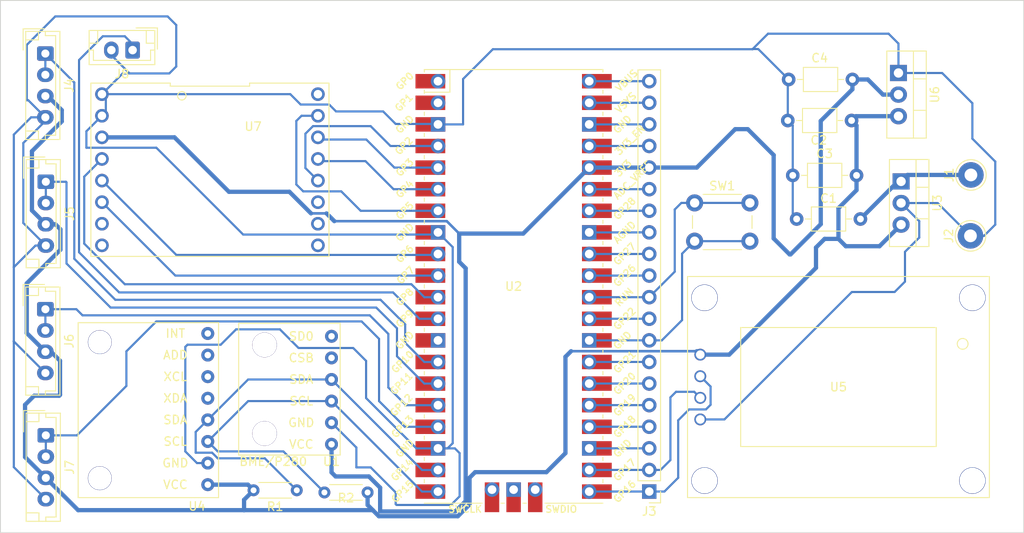
<source format=kicad_pcb>
(kicad_pcb (version 20211014) (generator pcbnew)
  (layers (0 "F.Cu" signal) (31 "B.Cu" signal) (34 "B.Paste" user) (35 "F.Paste" user) (36 "B.SilkS" user "B.Silkscreen") (37 "F.SilkS" user "F.Silkscreen") (38 "B.Mask" user) (39 "F.Mask" user) (44 "Edge.Cuts" user))
  (net 0 "")
  (net 1 "GND")
  (net 2 "+12V")
  (net 3 "+3V3")
  (net 4 "servoRight")
  (net 5 "servoBack")
  (net 6 "servoLeft")
  (net 7 "servoFront")
  (net 8 "mainThrust")
  (net 9 "I2C_SDA")
  (net 10 "I2C_SCL")
  (net 13 "gpsRx")
  (net 14 "gpsTx")
  (net 15 "loraSck")
  (net 16 "loraMosi")
  (net 17 "loraMiso")
  (net 18 "loraNss")
  (net 19 "loraDio0")
  (net 20 "loraDio1")
  (net 21 "loraRst")
  (net 22 "Net-(J3-Pad18)")
  (net 23 "Net-(J3-Pad4)")
  (net 24 "Net-(J3-Pad5)")
  (net 25 "Net-(J3-Pad6)")
  (net 26 "Net-(J3-Pad7)")
  (net 27 "Net-(J3-Pad8)")
  (net 28 "Net-(J3-Pad9)")
  (net 29 "Net-(J3-Pad10)")
  (net 30 "Net-(J3-Pad11)")
  (net 31 "Net-(J3-Pad12)")
  (net 32 "Net-(J3-Pad13)")
  (net 33 "Net-(J3-Pad14)")
  (net 34 "Net-(J3-Pad15)")
  (net 35 "Net-(J3-Pad17)")
  (net 36 "Net-(J3-Pad3)")
  (net 37 "Net-(J3-Pad19)")
  (net 38 "Net-(J3-Pad20)")
  (footprint "Connector_Pin:Pin_D1.3mm_L11.0mm_LooseFit" (layer "F.Cu") (at 229.8498 85.2932 -90)
    (fp_text reference "J1")
    (fp_text value "Power in")
  )
  (footprint "Connector_Pin:Pin_D1.3mm_L11.0mm_LooseFit" (layer "F.Cu") (at 229.799 92.456 -90)
    (fp_text reference "J2")
    (fp_text value "Power in")
  )
  (footprint "Connector_JST:JST_EH_B4B-EH-A_1x04_P2.50mm_Vertical" (layer "F.Cu") (at 121.0612 86.0968 -90)
    (fp_text reference "J5")
    (fp_text value "servoBack")
  )
  (footprint "Connector_JST:JST_EH_B4B-EH-A_1x04_P2.50mm_Vertical" (layer "F.Cu") (at 121.0104 101.0828 -90)
    (fp_text reference "J6")
    (fp_text value "servoLeft")
  )
  (footprint "Package_TO_SOT_THT:TO-220-3_Vertical" (layer "F.Cu") (at 221.3313 73.3044 -90)
    (fp_text reference "U6")
    (fp_text value "LM1117-3.3")
  )
  (footprint "Capacitor_THT:C_Axial_L3.8mm_D2.6mm_P7.50mm_Horizontal" (layer "F.Cu") (at 215.8155 78.8924 180)
    (fp_text reference "C2")
    (fp_text value "C")
  )
  (footprint "Sensor Breakout Boards:module_bme280" (layer "F.Cu") (at 149.5806 104.521 180)
    (fp_text reference "U1")
    (fp_text value "module_bme280")
  )
  (footprint "Sensor Breakout Boards:module_mpu6050" (layer "F.Cu") (at 132.6388 112.8268 180)
    (fp_text reference "U4")
    (fp_text value "module_mpu6050")
  )
  (footprint "Package_TO_SOT_THT:TO-220-3_Vertical" (layer "F.Cu") (at 221.6404 86.0552 -90)
    (fp_text reference "U3")
    (fp_text value "LM7805_TO220")
  )
  (footprint "Capacitor_THT:C_Axial_L3.8mm_D2.6mm_P7.50mm_Horizontal" (layer "F.Cu") (at 208.4171 74.0664)
    (fp_text reference "C4")
    (fp_text value "C")
  )
  (footprint "Resistor_THT:R_Axial_DIN0204_L3.6mm_D1.6mm_P5.08mm_Horizontal" (layer "F.Cu") (at 158.9024 122.6312 180)
    (fp_text reference "R2")
    (fp_text value "2K")
  )
  (footprint "Connector_JST:JST_EH_B2B-EH-A_1x02_P2.50mm_Vertical" (layer "F.Cu") (at 131.2672 70.612 180)
    (fp_text reference "J8")
    (fp_text value "mainThrust")
  )
  (footprint "Sensor Breakout Boards:Lora Ra 02 AI Thinker" (layer "F.Cu") (at 140.3604 84.6836 -90)
    (fp_text reference "U7")
    (fp_text value "Lora_Ra_02_AI_thinker")
  )
  (footprint "Button_Switch_THT:SW_PUSH_6mm" (layer "F.Cu") (at 197.3592 88.5804)
    (fp_text reference "SW1")
    (fp_text value "SW_Push")
  )
  (footprint "Connector_PinHeader_2.54mm:PinHeader_1x20_P2.54mm_Vertical" (layer "F.Cu") (at 192.024 122.5246 180)
    (fp_text reference "J3")
    (fp_text value "Conn_01x20_Male")
  )
  (footprint "Sensor Breakout Boards:gps_ublox_6mv2" (layer "F.Cu") (at 214.2744 110.236)
    (fp_text reference "U5")
    (fp_text value "neo-6mv2-gps")
  )
  (footprint "Capacitor_THT:C_Axial_L3.8mm_D2.6mm_P7.50mm_Horizontal" (layer "F.Cu") (at 209.356 90.4748)
    (fp_text reference "C1")
    (fp_text value "2.2uf")
  )
  (footprint "RPI Pico:RPi_Pico_SMD_TH" (layer "F.Cu") (at 176.0728 98.3996)
    (fp_text reference "U2")
    (fp_text value "Pico")
  )
  (footprint "Connector_JST:JST_EH_B4B-EH-A_1x04_P2.50mm_Vertical" (layer "F.Cu") (at 121.0612 115.9164 -90)
    (fp_text reference "J7")
    (fp_text value "servoFront")
  )
  (footprint "Connector_JST:JST_EH_B4B-EH-A_1x04_P2.50mm_Vertical" (layer "F.Cu") (at 121.0056 71.0184 -90)
    (fp_text reference "J4")
    (fp_text value "servoRight")
  )
  (footprint "Resistor_THT:R_Axial_DIN0204_L3.6mm_D1.6mm_P5.08mm_Horizontal" (layer "F.Cu") (at 150.5712 122.3772 180)
    (fp_text reference "R1")
    (fp_text value "2K")
  )
  (footprint "Capacitor_THT:C_Axial_L3.8mm_D2.6mm_P7.50mm_Horizontal" (layer "F.Cu") (at 208.8988 85.344)
    (fp_text reference "C3")
    (fp_text value "C")
  )
  (gr_rect (start 115.7224 64.77) (end 236.0676 127.3556) (layer "Edge.Cuts") (width 0.1) (fill none))
  (segment (start 117.2972 80.5504) (end 119.3292 78.5184) (width 0.25) (layer "B.Cu") (net 1))
  (segment (start 117.2972 119.6524) (end 121.0612 123.4164) (width 0.25) (layer "B.Cu") (net 1))
  (segment (start 173.630753 70.5104) (end 204.1652 70.5104) (width 0.25) (layer "B.Cu") (net 1))
  (segment (start 162.2044 79.2988) (end 167.132 79.2988) (width 0.25) (layer "B.Cu") (net 1))
  (segment (start 167.1828 117.4496) (end 168.3004 117.4496) (width 0.25) (layer "B.Cu") (net 1))
  (segment (start 162.2044 124.0028) (end 162.306 124.1044) (width 0.25) (layer "B.Cu") (net 1))
  (segment (start 154.6606 114.427) (end 157.5816 117.348) (width 0.25) (layer "B.Cu") (net 1))
  (segment (start 208.8988 90.0176) (end 209.356 90.4748) (width 0.25) (layer "B.Cu") (net 1))
  (segment (start 149.8092 75.7936) (end 151.0284 77.0128) (width 0.25) (layer "B.Cu") (net 1))
  (segment (start 232.7148 83.7184) (end 232.7148 91.1352) (width 0.25) (layer "B.Cu") (net 1))
  (segment (start 221.3313 69.8457) (end 221.3313 73.3044) (width 0.25) (layer "B.Cu") (net 1))
  (segment (start 137.4648 105.5116) (end 137.7188 105.2576) (width 0.25) (layer "B.Cu") (net 1))
  (segment (start 225.9382 88.5952) (end 229.799 92.456) (width 0.25) (layer "B.Cu") (net 1))
  (segment (start 223.774 92.6592) (end 223.774 90.7288) (width 0.25) (layer "B.Cu") (net 1))
  (segment (start 200.8632 114.046) (end 215.8492 99.06) (width 0.25) (layer "B.Cu") (net 1))
  (segment (start 226.4664 73.3044) (end 230.0224 76.8604) (width 0.25) (layer "B.Cu") (net 1))
  (segment (start 157.5816 119.6848) (end 159.258 119.6848) (width 0.25) (layer "B.Cu") (net 1))
  (segment (start 204.1906 70.485) (end 205.994 68.6816) (width 0.25) (layer "B.Cu") (net 1))
  (segment (start 118.8212 70.0024) (end 118.8212 76.5048) (width 0.25) (layer "B.Cu") (net 1))
  (segment (start 205.994 68.6816) (end 220.1672 68.6816) (width 0.25) (layer "B.Cu") (net 1))
  (segment (start 121.0612 93.5968) (end 119.8464 93.5968) (width 0.25) (layer "B.Cu") (net 1))
  (segment (start 119.3292 78.5184) (end 121.0056 78.5184) (width 0.25) (layer "B.Cu") (net 1))
  (segment (start 117.2972 104.8696) (end 121.0104 108.5828) (width 0.25) (layer "B.Cu") (net 1))
  (segment (start 125.8316 82.0928) (end 125.8316 80.1624) (width 0.25) (layer "B.Cu") (net 1))
  (segment (start 118.992 76.5048) (end 121.0056 78.5184) (width 0.25) (layer "B.Cu") (net 1))
  (segment (start 154.3812 77.0128) (end 155.194 77.8256) (width 0.25) (layer "B.Cu") (net 1))
  (segment (start 118.8212 76.5048) (end 118.992 76.5048) (width 0.25) (layer "B.Cu") (net 1))
  (segment (start 208.8988 79.4757) (end 208.3155 78.8924) (width 0.25) (layer "B.Cu") (net 1))
  (segment (start 232.7148 91.1352) (end 231.394 92.456) (width 0.25) (layer "B.Cu") (net 1))
  (segment (start 167.132 79.2988) (end 167.1828 79.3496) (width 0.25) (layer "B.Cu") (net 1))
  (segment (start 222.0976 94.3356) (end 223.774 92.6592) (width 0.25) (layer "B.Cu") (net 1))
  (segment (start 169.7228 123.0884) (end 169.7228 118.0084) (width 0.25) (layer "B.Cu") (net 1))
  (segment (start 231.394 92.456) (end 229.799 92.456) (width 0.25) (layer "B.Cu") (net 1))
  (segment (start 221.6404 88.5952) (end 225.9382 88.5952) (width 0.25) (layer "B.Cu") (net 1))
  (segment (start 168.91 93.7768) (end 167.1828 92.0496) (width 0.25) (layer "B.Cu") (net 1))
  (segment (start 122.174 66.6496) (end 118.8212 70.0024) (width 0.25) (layer "B.Cu") (net 1))
  (segment (start 162.306 124.1044) (end 168.7068 124.1044) (width 0.25) (layer "B.Cu") (net 1))
  (segment (start 220.1672 68.6816) (end 221.3313 69.8457) (width 0.25) (layer "B.Cu") (net 1))
  (segment (start 220.8784 99.06) (end 222.0976 97.8408) (width 0.25) (layer "B.Cu") (net 1))
  (segment (start 137.7188 105.2576) (end 141.630885 105.2576) (width 0.25) (layer "B.Cu") (net 1))
  (segment (start 135.5852 73.3552) (end 136.398 72.5424) (width 0.25) (layer "B.Cu") (net 1))
  (segment (start 155.194 77.8256) (end 160.7312 77.8256) (width 0.25) (layer "B.Cu") (net 1))
  (segment (start 128.7672 70.612) (end 128.7672 71.2108) (width 0.25) (layer "B.Cu") (net 1))
  (segment (start 162.2044 122.6312) (end 162.2044 124.0028) (width 0.25) (layer "B.Cu") (net 1))
  (segment (start 168.7068 124.1044) (end 169.7228 123.0884) (width 0.25) (layer "B.Cu") (net 1))
  (segment (start 117.2972 104.8328) (end 117.2972 119.6524) (width 0.25) (layer "B.Cu") (net 1))
  (segment (start 170.1292 74.011953) (end 173.630753 70.5104) (width 0.25) (layer "B.Cu") (net 1))
  (segment (start 130.9116 73.3552) (end 135.5852 73.3552) (width 0.25) (layer "B.Cu") (net 1))
  (segment (start 128.1176 76.0476) (end 128.1176 78.5876) (width 0.25) (layer "B.Cu") (net 1))
  (segment (start 117.2972 104.8328) (end 117.2972 104.8696) (width 0.25) (layer "B.Cu") (net 1))
  (segment (start 119.8464 93.5968) (end 117.2972 96.146) (width 0.25) (layer "B.Cu") (net 1))
  (segment (start 158.7246 111.5314) (end 164.6428 117.4496) (width 0.25) (layer "B.Cu") (net 1))
  (segment (start 169.7228 118.0084) (end 169.164 117.4496) (width 0.25) (layer "B.Cu") (net 1))
  (segment (start 198.0244 114.046) (end 200.8632 114.046) (width 0.25) (layer "B.Cu") (net 1))
  (segment (start 168.91 116.84) (end 168.91 93.7768) (width 0.25) (layer "B.Cu") (net 1))
  (segment (start 221.3313 73.3044) (end 226.4664 73.3044) (width 0.25) (layer "B.Cu") (net 1))
  (segment (start 222.0976 97.8408) (end 222.0976 94.3356) (width 0.25) (layer "B.Cu") (net 1))
  (segment (start 230.0224 81.026) (end 232.7148 83.7184) (width 0.25) (layer "B.Cu") (net 1))
  (segment (start 158.7246 107.1626) (end 158.7246 111.5314) (width 0.25) (layer "B.Cu") (net 1))
  (segment (start 134.0612 82.0928) (end 125.8316 82.0928) (width 0.25) (layer "B.Cu") (net 1))
  (segment (start 166.9288 92.3036) (end 144.272 92.3036) (width 0.25) (layer "B.Cu") (net 1))
  (segment (start 157.205831 105.643831) (end 158.7246 107.1626) (width 0.25) (layer "B.Cu") (net 1))
  (segment (start 208.3155 78.8924) (end 208.3155 74.168) (width 0.25) (layer "B.Cu") (net 1))
  (segment (start 137.4648 117.8052) (end 137.4648 105.5116) (width 0.25) (layer "B.Cu") (net 1))
  (segment (start 127.6604 75.7936) (end 149.8092 75.7936) (width 0.25) (layer "B.Cu") (net 1))
  (segment (start 230.0224 76.8604) (end 230.0224 81.026) (width 0.25) (layer "B.Cu") (net 1))
  (segment (start 128.7672 71.2108) (end 130.9116 73.3552) (width 0.25) (layer "B.Cu") (net 1))
  (segment (start 144.272 92.3036) (end 134.0612 82.0928) (width 0.25) (layer "B.Cu") (net 1))
  (segment (start 136.398 72.5424) (end 136.398 67.6656) (width 0.25) (layer "B.Cu") (net 1))
  (segment (start 138.8364 119.1768) (end 137.4648 117.8052) (width 0.25) (layer "B.Cu") (net 1))
  (segment (start 204.8357 70.485) (end 208.4171 74.0664) (width 0.25) (layer "B.Cu") (net 1))
  (segment (start 168.3004 117.4496) (end 168.91 116.84) (width 0.25) (layer "B.Cu") (net 1))
  (segment (start 167.1828 92.0496) (end 166.9288 92.3036) (width 0.25) (layer "B.Cu") (net 1))
  (segment (start 136.398 67.6656) (end 135.382 66.6496) (width 0.25) (layer "B.Cu") (net 1))
  (segment (start 170.1292 79.3496) (end 170.1292 74.011953) (width 0.25) (layer "B.Cu") (net 1))
  (segment (start 157.5816 117.348) (end 157.5816 119.6848) (width 0.25) (layer "B.Cu") (net 1))
  (segment (start 117.2972 96.146) (end 117.2972 104.8328) (width 0.25) (layer "B.Cu") (net 1))
  (segment (start 143.437286 103.451199) (end 148.59 103.451199) (width 0.25) (layer "B.Cu") (net 1))
  (segment (start 223.774 90.7288) (end 221.6404 88.5952) (width 0.25) (layer "B.Cu") (net 1))
  (segment (start 135.382 66.6496) (end 122.174 66.6496) (width 0.25) (layer "B.Cu") (net 1))
  (segment (start 148.59 103.451199) (end 150.782632 105.643831) (width 0.25) (layer "B.Cu") (net 1))
  (segment (start 204.1906 70.485) (end 204.8357 70.485) (width 0.25) (layer "B.Cu") (net 1))
  (segment (start 208.3155 74.168) (end 208.4171 74.0664) (width 0.25) (layer "B.Cu") (net 1))
  (segment (start 208.8988 85.344) (end 208.8988 90.0176) (width 0.25) (layer "B.Cu") (net 1))
  (segment (start 121.0056 78.5184) (end 121.0056 78.9432) (width 0.25) (layer "B.Cu") (net 1))
  (segment (start 164.6428 117.4496) (end 167.1828 117.4496) (width 0.25) (layer "B.Cu") (net 1))
  (segment (start 169.164 117.4496) (end 167.1828 117.4496) (width 0.25) (layer "B.Cu") (net 1))
  (segment (start 160.7312 77.8256) (end 162.2044 79.2988) (width 0.25) (layer "B.Cu") (net 1))
  (segment (start 121.0056 78.9432) (end 118.4148 81.534) (width 0.25) (layer "B.Cu") (net 1))
  (segment (start 151.0284 77.0128) (end 154.3812 77.0128) (width 0.25) (layer "B.Cu") (net 1))
  (segment (start 130.9116 73.3552) (end 130.0988 73.3552) (width 0.25) (layer "B.Cu") (net 1))
  (segment (start 208.8988 85.344) (end 208.8988 79.4757) (width 0.25) (layer "B.Cu") (net 1))
  (segment (start 117.2972 96.146) (end 117.2972 80.5504) (width 0.25) (layer "B.Cu") (net 1))
  (segment (start 204.1652 70.5104) (end 204.1906 70.485) (width 0.25) (layer "B.Cu") (net 1))
  (segment (start 118.4148 90.9504) (end 121.0612 93.5968) (width 0.25) (layer "B.Cu") (net 1))
  (segment (start 125.8316 80.1624) (end 127.6604 78.3336) (width 0.25) (layer "B.Cu") (net 1))
  (segment (start 150.782632 105.643831) (end 157.205831 105.643831) (width 0.25) (layer "B.Cu") (net 1))
  (segment (start 167.1828 79.3496) (end 170.1292 79.3496) (width 0.25) (layer "B.Cu") (net 1))
  (segment (start 118.4148 81.534) (end 118.4148 90.9504) (width 0.25) (layer "B.Cu") (net 1))
  (segment (start 141.630885 105.2576) (end 143.437286 103.451199) (width 0.25) (layer "B.Cu") (net 1))
  (segment (start 159.258 119.6848) (end 162.2044 122.6312) (width 0.25) (layer "B.Cu") (net 1))
  (segment (start 130.0988 73.3552) (end 127.6604 75.7936) (width 0.25) (layer "B.Cu") (net 1))
  (segment (start 215.8492 99.06) (end 220.8784 99.06) (width 0.25) (layer "B.Cu") (net 1))
  (segment (start 140.1064 119.1768) (end 138.8364 119.1768) (width 0.25) (layer "B.Cu") (net 1))
  (segment (start 221.2756 86.0552) (end 221.6404 86.0552) (width 0.5) (layer "B.Cu") (net 2))
  (segment (start 216.856 90.4748) (end 221.2756 86.0552) (width 0.5) (layer "B.Cu") (net 2))
  (segment (start 229.8498 85.2932) (end 222.4024 85.2932) (width 0.5) (layer "B.Cu") (net 2))
  (segment (start 222.4024 85.2932) (end 221.6404 86.0552) (width 0.5) (layer "B.Cu") (net 2))
  (segment (start 214.2744 92.8116) (end 215.138 93.6752) (width 0.5) (layer "B.Cu") (net 3))
  (segment (start 127.6604 80.8736) (end 136.1948 80.8736) (width 0.5) (layer "B.Cu") (net 3))
  (segment (start 170.8912 120.904) (end 171.5516 120.2436) (width 0.5) (layer "B.Cu") (net 3))
  (segment (start 212.6488 92.8116) (end 214.2744 92.8116) (width 0.5) (layer "B.Cu") (net 3))
  (segment (start 198.0244 106.426) (end 201.422 106.426) (width 0.5) (layer "B.Cu") (net 3))
  (segment (start 121.0612 120.9164) (end 124.8588 124.714) (width 0.5) (layer "B.Cu") (net 3))
  (segment (start 208.6356 94.6404) (end 208.534 94.6404) (width 0.5) (layer "B.Cu") (net 3))
  (segment (start 144.8308 121.7168) (end 145.4912 122.3772) (width 0.5) (layer "B.Cu") (net 3))
  (segment (start 154.6606 120.269) (end 155.1432 120.7516) (width 0.5) (layer "B.Cu") (net 3))
  (segment (start 212.1916 91.0844) (end 208.6356 94.6404) (width 0.5) (layer "B.Cu") (net 3))
  (segment (start 154.0764 89.8144) (end 154.9908 90.7288) (width 0.5) (layer "B.Cu") (net 3))
  (segment (start 149.7076 87.2744) (end 152.2476 89.8144) (width 0.5) (layer "B.Cu") (net 3))
  (segment (start 216.3988 79.4757) (end 215.8155 78.8924) (width 0.5) (layer "B.Cu") (net 3))
  (segment (start 122.7328 111.1574) (end 122.7328 107.1442) (width 0.5) (layer "B.Cu") (net 3))
  (segment (start 154.9908 90.7288) (end 168.212 90.7288) (width 0.3) (layer "B.Cu") (net 3))
  (segment (start 201.422 106.426) (end 211.6328 96.2152) (width 0.5) (layer "B.Cu") (net 3))
  (segment (start 121.2812 76.0184) (end 121.0056 76.0184) (width 0.5) (layer "B.Cu") (net 3))
  (segment (start 122.7836 94.0816) (end 122.7836 91.694) (width 0.5) (layer "B.Cu") (net 3))
  (segment (start 192.024 84.4246) (end 197.617 84.4246) (width 0.5) (layer "B.Cu") (net 3))
  (segment (start 214.2744 89.2048) (end 214.2744 92.8116) (width 0.5) (layer "B.Cu") (net 3))
  (segment (start 160.3756 124.8664) (end 169.2148 124.8664) (width 0.5) (layer "B.Cu") (net 3))
  (segment (start 144.3736 123.4948) (end 144.3736 124.714) (width 0.5) (layer "B.Cu") (net 3))
  (segment (start 169.5196 125.4252) (end 170.8912 124.0536) (width 0.5) (layer "B.Cu") (net 3))
  (segment (start 159.512 124.714) (end 160.2232 125.4252) (width 0.5) (layer "B.Cu") (net 3))
  (segment (start 197.617 84.4246) (end 202.1332 79.9084) (width 0.5) (layer "B.Cu") (net 3))
  (segment (start 216.3988 85.344) (end 216.3988 87.0804) (width 0.5) (layer "B.Cu") (net 3))
  (segment (start 211.6328 93.8276) (end 212.6488 92.8116) (width 0.5) (layer "B.Cu") (net 3))
  (segment (start 155.1432 120.7516) (end 159.0548 120.7516) (width 0.5) (layer "B.Cu") (net 3))
  (segment (start 119.6848 111.259) (end 122.6312 111.259) (width 0.5) (layer "B.Cu") (net 3))
  (segment (start 197.618 106.0196) (end 198.0244 106.426) (width 0.5) (layer "B.Cu") (net 3))
  (segment (start 211.6328 96.2152) (end 211.6328 93.8276) (width 0.5) (layer "B.Cu") (net 3))
  (segment (start 170.434 123.6472) (end 170.434 96.266) (width 0.5) (layer "B.Cu") (net 3))
  (segment (start 182.8292 106.0196) (end 197.618 106.0196) (width 0.3) (layer "B.Cu") (net 3))
  (segment (start 171.5516 120.2436) (end 179.9336 120.2436) (width 0.5) (layer "B.Cu") (net 3))
  (segment (start 122.7836 91.694) (end 122.1864 91.0968) (width 0.5) (layer "B.Cu") (net 3))
  (segment (start 208.534 94.6404) (end 206.6544 92.7608) (width 0.5) (layer "B.Cu") (net 3))
  (segment (start 140.1064 121.7168) (end 144.8308 121.7168) (width 0.5) (layer "B.Cu") (net 3))
  (segment (start 159.0548 120.7516) (end 160.3756 122.0724) (width 0.5) (layer "B.Cu") (net 3))
  (segment (start 216.3235 78.3844) (end 215.8155 78.8924) (width 0.5) (layer "B.Cu") (net 3))
  (segment (start 215.138 93.6752) (end 219.1004 93.6752) (width 0.5) (layer "B.Cu") (net 3))
  (segment (start 215.9171 74.0664) (end 217.7288 74.0664) (width 0.5) (layer "B.Cu") (net 3))
  (segment (start 121.0612 120.9164) (end 118.618 118.4732) (width 0.5) (layer "B.Cu") (net 3))
  (segment (start 179.9336 120.2436) (end 182.1688 118.0084) (width 0.5) (layer "B.Cu") (net 3))
  (segment (start 184.9628 84.4296) (end 190.9064 84.4296) (width 0.5) (layer "B.Cu") (net 3))
  (segment (start 190.9114 84.4246) (end 190.9064 84.4296) (width 0.5) (layer "B.Cu") (net 3))
  (segment (start 118.618 112.3258) (end 119.6848 111.259) (width 0.5) (layer "B.Cu") (net 3))
  (segment (start 168.212 90.7288) (end 169.672 92.1888) (width 0.3) (layer "B.Cu") (net 3))
  (segment (start 122.7328 107.1442) (end 121.6714 106.0828) (width 0.5) (layer "B.Cu") (net 3))
  (segment (start 154.6606 116.967) (end 154.6606 120.269) (width 0.5) (layer "B.Cu") (net 3))
  (segment (start 192.024 84.4246) (end 190.9114 84.4246) (width 0.5) (layer "B.Cu") (net 3))
  (segment (start 124.8588 124.714) (end 144.3736 124.714) (width 0.5) (layer "B.Cu") (net 3))
  (segment (start 169.2148 124.8664) (end 170.434 123.6472) (width 0.5) (layer "B.Cu") (net 3))
  (segment (start 219.5068 75.8444) (end 221.3313 75.8444) (width 0.5) (layer "B.Cu") (net 3))
  (segment (start 206.6544 82.9564) (end 203.6064 79.9084) (width 0.5) (layer "B.Cu") (net 3))
  (segment (start 145.4912 122.3772) (end 144.3736 123.4948) (width 0.5) (layer "B.Cu") (net 3))
  (segment (start 142.5956 87.2744) (end 149.7076 87.2744) (width 0.5) (layer "B.Cu") (net 3))
  (segment (start 212.1916 78.9432) (end 212.1916 91.0844) (width 0.5) (layer "B.Cu") (net 3))
  (segment (start 182.1688 106.68) (end 182.8292 106.0196) (width 0.5) (layer "B.Cu") (net 3))
  (segment (start 136.1948 80.8736) (end 142.5956 87.2744) (width 0.5) (layer "B.Cu") (net 3))
  (segment (start 122.936 77.6732) (end 121.2812 76.0184) (width 0.5) (layer "B.Cu") (net 3))
  (segment (start 170.8912 124.0536) (end 170.8912 120.904) (width 0.5) (layer "B.Cu") (net 3))
  (segment (start 206.6544 92.7608) (end 206.6544 82.9564) (width 0.5) (layer "B.Cu") (net 3))
  (segment (start 122.6312 111.259) (end 122.7328 111.1574) (width 0.5) (layer "B.Cu") (net 3))
  (segment (start 121.0104 106.0828) (end 118.8212 103.8936) (width 0.5) (layer "B.Cu") (net 3))
  (segment (start 170.434 96.266) (end 169.672 95.504) (width 0.5) (layer "B.Cu") (net 3))
  (segment (start 177.2036 92.1888) (end 184.9628 84.4296) (width 0.5) (layer "B.Cu") (net 3))
  (segment (start 158.9024 122.6312) (end 158.9024 124.1044) (width 0.5) (layer "B.Cu") (net 3))
  (segment (start 169.672 92.1888) (end 169.672 95.504) (width 0.5) (layer "B.Cu") (net 3))
  (segment (start 119.4308 89.4664) (end 119.4308 82.5062) (width 0.5) (layer "B.Cu") (net 3))
  (segment (start 158.9024 124.1044) (end 159.512 124.714) (width 0.5) (layer "B.Cu") (net 3))
  (segment (start 122.936 79.001) (end 122.936 77.6732) (width 0.5) (layer "B.Cu") (net 3))
  (segment (start 119.4308 82.5062) (end 122.936 79.001) (width 0.5) (layer "B.Cu") (net 3))
  (segment (start 215.9171 75.2177) (end 212.1916 78.9432) (width 0.5) (layer "B.Cu") (net 3))
  (segment (start 169.672 92.1888) (end 177.2036 92.1888) (width 0.5) (layer "B.Cu") (net 3))
  (segment (start 118.618 118.4732) (end 118.618 112.3258) (width 0.5) (layer "B.Cu") (net 3))
  (segment (start 216.3988 85.344) (end 216.3988 79.4757) (width 0.5) (layer "B.Cu") (net 3))
  (segment (start 121.0612 91.0968) (end 119.4308 89.4664) (width 0.5) (layer "B.Cu") (net 3))
  (segment (start 152.2476 89.8144) (end 154.0764 89.8144) (width 0.3) (layer "B.Cu") (net 3))
  (segment (start 203.6064 79.9084) (end 202.1332 79.9084) (width 0.5) (layer "B.Cu") (net 3))
  (segment (start 160.3756 122.0724) (end 160.3756 124.8664) (width 0.5) (layer "B.Cu") (net 3))
  (segment (start 217.7288 74.0664) (end 219.5068 75.8444) (width 0.5) (layer "B.Cu") (net 3))
  (segment (start 144.3736 124.714) (end 159.512 124.714) (width 0.5) (layer "B.Cu") (net 3))
  (segment (start 221.3313 78.3844) (end 216.3235 78.3844) (width 0.5) (layer "B.Cu") (net 3))
  (segment (start 219.1004 93.6752) (end 221.6404 91.1352) (width 0.5) (layer "B.Cu") (net 3))
  (segment (start 122.1864 91.0968) (end 121.0612 91.0968) (width 0.5) (layer "B.Cu") (net 3))
  (segment (start 118.8212 103.8936) (end 118.8212 98.044) (width 0.5) (layer "B.Cu") (net 3))
  (segment (start 182.1688 118.0084) (end 182.1688 106.68) (width 0.5) (layer "B.Cu") (net 3))
  (segment (start 121.6714 106.0828) (end 121.0104 106.0828) (width 0.5) (layer "B.Cu") (net 3))
  (segment (start 215.9171 74.0664) (end 215.9171 75.2177) (width 0.5) (layer "B.Cu") (net 3))
  (segment (start 160.2232 125.4252) (end 169.5196 125.4252) (width 0.5) (layer "B.Cu") (net 3))
  (segment (start 216.3988 87.0804) (end 214.2744 89.2048) (width 0.5) (layer "B.Cu") (net 3))
  (segment (start 118.8212 98.044) (end 122.7836 94.0816) (width 0.5) (layer "B.Cu") (net 3))
  (segment (start 121.0056 71.0184) (end 121.0056 73.5184) (width 0.25) (layer "B.Cu") (net 4))
  (segment (start 129.2352 99.9744) (end 124.4092 95.1484) (width 0.25) (layer "B.Cu") (net 4))
  (segment (start 163.322 102.87) (end 160.4264 99.9744) (width 0.25) (layer "B.Cu") (net 4))
  (segment (start 124.4092 74.422) (end 121.0056 71.0184) (width 0.25) (layer "B.Cu") (net 4))
  (segment (start 165.5728 107.2896) (end 163.322 105.0388) (width 0.25) (layer "B.Cu") (net 4))
  (segment (start 167.1828 107.2896) (end 165.5728 107.2896) (width 0.25) (layer "B.Cu") (net 4))
  (segment (start 160.4264 99.9744) (end 129.2352 99.9744) (width 0.25) (layer "B.Cu") (net 4))
  (segment (start 124.4092 95.1484) (end 124.4092 74.422) (width 0.25) (layer "B.Cu") (net 4))
  (segment (start 163.322 105.0388) (end 163.322 102.87) (width 0.25) (layer "B.Cu") (net 4))
  (segment (start 121.0612 86.0968) (end 121.0612 88.5968) (width 0.25) (layer "B.Cu") (net 5))
  (segment (start 123.4948 86.1638) (end 123.4948 95.7072) (width 0.25) (layer "B.Cu") (net 5))
  (segment (start 162.3568 106.6136) (end 165.5728 109.8296) (width 0.25) (layer "B.Cu") (net 5))
  (segment (start 165.5728 109.8296) (end 167.1828 109.8296) (width 0.25) (layer "B.Cu") (net 5))
  (segment (start 123.4278 86.0968) (end 123.4948 86.1638) (width 0.25) (layer "B.Cu") (net 5))
  (segment (start 159.9184 100.8888) (end 162.3568 103.3272) (width 0.25) (layer "B.Cu") (net 5))
  (segment (start 121.0612 86.0968) (end 123.4278 86.0968) (width 0.25) (layer "B.Cu") (net 5))
  (segment (start 128.6764 100.8888) (end 159.9184 100.8888) (width 0.25) (layer "B.Cu") (net 5))
  (segment (start 123.4948 95.7072) (end 128.6764 100.8888) (width 0.25) (layer "B.Cu") (net 5))
  (segment (start 162.3568 103.3272) (end 162.3568 106.6136) (width 0.25) (layer "B.Cu") (net 5))
  (segment (start 121.0104 101.0828) (end 124.654 101.0828) (width 0.25) (layer "B.Cu") (net 6))
  (segment (start 159.1564 101.8032) (end 161.3408 103.9876) (width 0.25) (layer "B.Cu") (net 6))
  (segment (start 125.3744 101.8032) (end 159.1564 101.8032) (width 0.25) (layer "B.Cu") (net 6))
  (segment (start 161.3408 110.2868) (end 163.4236 112.3696) (width 0.25) (layer "B.Cu") (net 6))
  (segment (start 161.3408 103.9876) (end 161.3408 110.2868) (width 0.25) (layer "B.Cu") (net 6))
  (segment (start 124.654 101.0828) (end 125.3744 101.8032) (width 0.25) (layer "B.Cu") (net 6))
  (segment (start 163.4236 112.3696) (end 167.1828 112.3696) (width 0.25) (layer "B.Cu") (net 6))
  (segment (start 121.0104 101.0828) (end 121.0104 103.5828) (width 0.25) (layer "B.Cu") (net 6))
  (segment (start 124.7232 115.9164) (end 130.5358 110.1038) (width 0.25) (layer "B.Cu") (net 7))
  (segment (start 121.0612 115.9164) (end 121.0612 118.4164) (width 0.25) (layer "B.Cu") (net 7))
  (segment (start 160.2486 104.5718) (end 160.2486 111.887) (width 0.25) (layer "B.Cu") (net 7))
  (segment (start 167.1828 114.9096) (end 163.2712 114.9096) (width 0.25) (layer "B.Cu") (net 7))
  (segment (start 121.0612 115.9164) (end 124.7232 115.9164) (width 0.25) (layer "B.Cu") (net 7))
  (segment (start 134.05766 102.51794) (end 158.19474 102.51794) (width 0.25) (layer "B.Cu") (net 7))
  (segment (start 163.2712 114.9096) (end 160.2486 111.887) (width 0.25) (layer "B.Cu") (net 7))
  (segment (start 130.5358 110.1038) (end 130.5358 106.0398) (width 0.25) (layer "B.Cu") (net 7))
  (segment (start 158.19474 102.51794) (end 160.2486 104.5718) (width 0.25) (layer "B.Cu") (net 7))
  (segment (start 130.5358 106.0398) (end 134.05766 102.51794) (width 0.25) (layer "B.Cu") (net 7))
  (segment (start 129.6924 99.1108) (end 124.968 94.3864) (width 0.25) (layer "B.Cu") (net 8))
  (segment (start 130.3528 68.9864) (end 131.2672 69.9008) (width 0.25) (layer "B.Cu") (net 8))
  (segment (start 124.968 71.7804) (end 127.762 68.9864) (width 0.25) (layer "B.Cu") (net 8))
  (segment (start 161.8996 99.1108) (end 129.6924 99.1108) (width 0.25) (layer "B.Cu") (net 8))
  (segment (start 127.762 68.9864) (end 130.3528 68.9864) (width 0.25) (layer "B.Cu") (net 8))
  (segment (start 164.9984 102.2096) (end 161.8996 99.1108) (width 0.25) (layer "B.Cu") (net 8))
  (segment (start 124.968 94.3864) (end 124.968 71.7804) (width 0.25) (layer "B.Cu") (net 8))
  (segment (start 131.2672 69.9008) (end 131.2672 70.612) (width 0.25) (layer "B.Cu") (net 8))
  (segment (start 167.1828 102.2096) (end 164.9984 102.2096) (width 0.25) (layer "B.Cu") (net 8))
  (segment (start 165.3032 119.9896) (end 167.1828 119.9896) (width 0.25) (layer "B.Cu") (net 9))
  (segment (start 141.2748 118.618) (end 140.6144 117.9576) (width 0.25) (layer "B.Cu") (net 9))
  (segment (start 138.684 117.9576) (end 138.684 115.5192) (width 0.25) (layer "B.Cu") (net 9))
  (segment (start 154.6606 109.347) (end 144.8562 109.347) (width 0.25) (layer "B.Cu") (net 9))
  (segment (start 146.812 118.618) (end 141.2748 118.618) (width 0.25) (layer "B.Cu") (net 9))
  (segment (start 138.684 115.5192) (end 140.1064 114.0968) (width 0.25) (layer "B.Cu") (net 9))
  (segment (start 144.8562 109.347) (end 140.1064 114.0968) (width 0.25) (layer "B.Cu") (net 9))
  (segment (start 150.5712 122.3772) (end 146.812 118.618) (width 0.25) (layer "B.Cu") (net 9))
  (segment (start 154.6606 109.347) (end 165.3032 119.9896) (width 0.25) (layer "B.Cu") (net 9))
  (segment (start 140.6144 117.9576) (end 138.684 117.9576) (width 0.25) (layer "B.Cu") (net 9))
  (segment (start 165.3032 122.5296) (end 167.1828 122.5296) (width 0.25) (layer "B.Cu") (net 10))
  (segment (start 144.8562 111.887) (end 140.1064 116.6368) (width 0.25) (layer "B.Cu") (net 10))
  (segment (start 141.2748 117.8052) (end 140.1064 116.6368) (width 0.25) (layer "B.Cu") (net 10))
  (segment (start 154.6606 111.887) (end 165.3032 122.5296) (width 0.25) (layer "B.Cu") (net 10))
  (segment (start 153.8224 122.6312) (end 148.9964 117.8052) (width 0.25) (layer "B.Cu") (net 10))
  (segment (start 154.6606 111.887) (end 144.8562 111.887) (width 0.25) (layer "B.Cu") (net 10))
  (segment (start 148.9964 117.8052) (end 141.2748 117.8052) (width 0.25) (layer "B.Cu") (net 10))
  (segment (start 196.7048 112.8704) (end 198.686 112.8704) (width 0.25) (layer "B.Cu") (net 13))
  (segment (start 199.2376 112.3188) (end 199.2376 110.1792) (width 0.25) (layer "B.Cu") (net 13))
  (segment (start 199.2376 110.1792) (end 198.0244 108.966) (width 0.25) (layer "B.Cu") (net 13))
  (segment (start 192.024 122.5246) (end 193.807 122.5246) (width 0.25) (layer "B.Cu") (net 13))
  (segment (start 195.4276 120.904) (end 195.4276 114.1476) (width 0.25) (layer "B.Cu") (net 13))
  (segment (start 192.024 122.5246) (end 184.9678 122.5246) (width 0.25) (layer "B.Cu") (net 13))
  (segment (start 184.9678 122.5246) (end 184.9628 122.5296) (width 0.25) (layer "B.Cu") (net 13))
  (segment (start 193.807 122.5246) (end 195.4276 120.904) (width 0.25) (layer "B.Cu") (net 13))
  (segment (start 198.686 112.8704) (end 199.2376 112.3188) (width 0.25) (layer "B.Cu") (net 13))
  (segment (start 195.4276 114.1476) (end 196.7048 112.8704) (width 0.25) (layer "B.Cu") (net 13))
  (segment (start 194.5132 118.8212) (end 194.5132 111.4552) (width 0.25) (layer "B.Cu") (net 14))
  (segment (start 192.024 119.9846) (end 184.9678 119.9846) (width 0.25) (layer "B.Cu") (net 14))
  (segment (start 197.3132 110.7948) (end 198.0244 111.506) (width 0.25) (layer "B.Cu") (net 14))
  (segment (start 195.1736 110.7948) (end 197.3132 110.7948) (width 0.25) (layer "B.Cu") (net 14))
  (segment (start 192.024 119.9846) (end 193.3498 119.9846) (width 0.25) (layer "B.Cu") (net 14))
  (segment (start 193.3498 119.9846) (end 194.5132 118.8212) (width 0.25) (layer "B.Cu") (net 14))
  (segment (start 184.9678 119.9846) (end 184.9628 119.9896) (width 0.25) (layer "B.Cu") (net 14))
  (segment (start 194.5132 111.4552) (end 195.1736 110.7948) (width 0.25) (layer "B.Cu") (net 14))
  (segment (start 152.481042 79.5528) (end 159.258 79.5528) (width 0.25) (layer "B.Cu") (net 15))
  (segment (start 153.0604 85.9536) (end 151.5872 84.4804) (width 0.25) (layer "B.Cu") (net 15))
  (segment (start 151.5872 80.446642) (end 152.481042 79.5528) (width 0.25) (layer "B.Cu") (net 15))
  (segment (start 161.5948 81.8896) (end 167.1828 81.8896) (width 0.25) (layer "B.Cu") (net 15))
  (segment (start 151.5872 84.4804) (end 151.5872 80.446642) (width 0.25) (layer "B.Cu") (net 15))
  (segment (start 159.258 79.5528) (end 161.5948 81.8896) (width 0.25) (layer "B.Cu") (net 15))
  (segment (start 162.052 84.4296) (end 167.1828 84.4296) (width 0.25) (layer "B.Cu") (net 16))
  (segment (start 158.75 81.1276) (end 162.052 84.4296) (width 0.25) (layer "B.Cu") (net 16))
  (segment (start 153.5176 81.1276) (end 158.75 81.1276) (width 0.25) (layer "B.Cu") (net 16))
  (segment (start 158.6484 83.6676) (end 161.9504 86.9696) (width 0.25) (layer "B.Cu") (net 17))
  (segment (start 161.9504 86.9696) (end 167.1828 86.9696) (width 0.25) (layer "B.Cu") (net 17))
  (segment (start 153.5176 83.6676) (end 158.6484 83.6676) (width 0.25) (layer "B.Cu") (net 17))
  (segment (start 155.8036 87.2236) (end 158.0896 89.5096) (width 0.25) (layer "B.Cu") (net 18))
  (segment (start 158.0896 89.5096) (end 167.1828 89.5096) (width 0.25) (layer "B.Cu") (net 18))
  (segment (start 150.5204 86.4108) (end 151.3332 87.2236) (width 0.25) (layer "B.Cu") (net 18))
  (segment (start 150.5204 78.9432) (end 150.5204 86.4108) (width 0.25) (layer "B.Cu") (net 18))
  (segment (start 151.13 78.3336) (end 150.5204 78.9432) (width 0.25) (layer "B.Cu") (net 18))
  (segment (start 151.3332 87.2236) (end 155.8036 87.2236) (width 0.25) (layer "B.Cu") (net 18))
  (segment (start 153.0604 78.3336) (end 151.13 78.3336) (width 0.25) (layer "B.Cu") (net 18))
  (segment (start 127.6604 85.9536) (end 136.4054 94.6986) (width 0.25) (layer "B.Cu") (net 19))
  (segment (start 167.0738 94.6986) (end 167.1828 94.5896) (width 0.25) (layer "B.Cu") (net 19))
  (segment (start 136.4054 94.6986) (end 167.0738 94.6986) (width 0.25) (layer "B.Cu") (net 19))
  (segment (start 136.2964 97.1296) (end 167.1828 97.1296) (width 0.25) (layer "B.Cu") (net 20))
  (segment (start 127.6604 88.4936) (end 136.2964 97.1296) (width 0.25) (layer "B.Cu") (net 20))
  (segment (start 165.5728 99.6696) (end 167.1828 99.6696) (width 0.25) (layer "B.Cu") (net 21))
  (segment (start 130.3528 98.1456) (end 164.0488 98.1456) (width 0.25) (layer "B.Cu") (net 21))
  (segment (start 164.0488 98.1456) (end 165.5728 99.6696) (width 0.25) (layer "B.Cu") (net 21))
  (segment (start 127.6604 83.4136) (end 125.5776 85.4964) (width 0.25) (layer "B.Cu") (net 21))
  (segment (start 125.5776 85.4964) (end 125.5776 93.3704) (width 0.25) (layer "B.Cu") (net 21))
  (segment (start 125.5776 93.3704) (end 130.3528 98.1456) (width 0.25) (layer "B.Cu") (net 21))
  (segment (start 192.019 79.3496) (end 192.024 79.3446) (width 0.25) (layer "B.Cu") (net 22))
  (segment (start 191.392604 79.3496) (end 191.705802 79.662798) (width 0.25) (layer "B.Cu") (net 22))
  (segment (start 184.9628 79.3496) (end 192.019 79.3496) (width 0.25) (layer "B.Cu") (net 22))
  (segment (start 184.9678 114.9046) (end 184.9628 114.9096) (width 0.25) (layer "B.Cu") (net 23))
  (segment (start 192.024 114.9046) (end 184.9678 114.9046) (width 0.25) (layer "B.Cu") (net 23))
  (segment (start 192.024 112.3646) (end 184.9678 112.3646) (width 0.25) (layer "B.Cu") (net 24))
  (segment (start 184.9678 112.3646) (end 184.9628 112.3696) (width 0.25) (layer "B.Cu") (net 24))
  (segment (start 192.024 109.8246) (end 184.9678 109.8246) (width 0.25) (layer "B.Cu") (net 25))
  (segment (start 184.9678 109.8246) (end 184.9628 109.8296) (width 0.25) (layer "B.Cu") (net 25))
  (segment (start 184.9678 107.2846) (end 184.9628 107.2896) (width 0.25) (layer "B.Cu") (net 26))
  (segment (start 192.024 107.2846) (end 184.9678 107.2846) (width 0.25) (layer "B.Cu") (net 26))
  (segment (start 184.9678 104.7446) (end 184.9628 104.7496) (width 0.25) (layer "B.Cu") (net 27))
  (segment (start 195.8848 102.362) (end 193.5022 104.7446) (width 0.25) (layer "B.Cu") (net 27))
  (segment (start 195.8848 94.5548) (end 195.8848 102.362) (width 0.25) (layer "B.Cu") (net 27))
  (segment (start 203.8592 93.0804) (end 197.3592 93.0804) (width 0.25) (layer "B.Cu") (net 27))
  (segment (start 193.5022 104.7446) (end 192.024 104.7446) (width 0.25) (layer "B.Cu") (net 27))
  (segment (start 192.024 104.7446) (end 184.9678 104.7446) (width 0.25) (layer "B.Cu") (net 27))
  (segment (start 197.3592 93.0804) (end 195.8848 94.5548) (width 0.25) (layer "B.Cu") (net 27))
  (segment (start 184.9678 102.2046) (end 184.9628 102.2096) (width 0.25) (layer "B.Cu") (net 28))
  (segment (start 192.024 102.2046) (end 184.9678 102.2046) (width 0.25) (layer "B.Cu") (net 28))
  (segment (start 203.8592 88.5804) (end 197.3592 88.5804) (width 0.25) (layer "B.Cu") (net 29))
  (segment (start 195.0212 89.3572) (end 195.0212 96.6674) (width 0.25) (layer "B.Cu") (net 29))
  (segment (start 192.019 99.6696) (end 192.024 99.6646) (width 0.25) (layer "B.Cu") (net 29))
  (segment (start 184.9628 99.6696) (end 192.019 99.6696) (width 0.25) (layer "B.Cu") (net 29))
  (segment (start 195.0212 96.6674) (end 192.024 99.6646) (width 0.25) (layer "B.Cu") (net 29))
  (segment (start 197.3592 88.5804) (end 195.798 88.5804) (width 0.25) (layer "B.Cu") (net 29))
  (segment (start 195.798 88.5804) (end 195.0212 89.3572) (width 0.25) (layer "B.Cu") (net 29))
  (segment (start 190.9114 97.1246) (end 190.9064 97.1296) (width 0.25) (layer "B.Cu") (net 30))
  (segment (start 184.9628 97.1296) (end 190.9064 97.1296) (width 0.25) (layer "B.Cu") (net 30))
  (segment (start 192.024 97.1246) (end 190.9114 97.1246) (width 0.25) (layer "B.Cu") (net 30))
  (segment (start 184.9628 94.5896) (end 190.9064 94.5896) (width 0.25) (layer "B.Cu") (net 31))
  (segment (start 192.024 94.5846) (end 190.9114 94.5846) (width 0.25) (layer "B.Cu") (net 31))
  (segment (start 190.9114 94.5846) (end 190.9064 94.5896) (width 0.25) (layer "B.Cu") (net 31))
  (segment (start 192.024 92.0446) (end 190.9114 92.0446) (width 0.25) (layer "B.Cu") (net 32))
  (segment (start 190.9114 92.0446) (end 190.9064 92.0496) (width 0.25) (layer "B.Cu") (net 32))
  (segment (start 190.9064 92.0496) (end 184.9628 92.0496) (width 0.25) (layer "B.Cu") (net 32))
  (segment (start 184.9628 89.5096) (end 190.9064 89.5096) (width 0.25) (layer "B.Cu") (net 33))
  (segment (start 190.9114 89.5046) (end 190.9064 89.5096) (width 0.25) (layer "B.Cu") (net 33))
  (segment (start 192.024 89.5046) (end 190.9114 89.5046) (width 0.25) (layer "B.Cu") (net 33))
  (segment (start 184.9628 86.9696) (end 190.9064 86.9696) (width 0.25) (layer "B.Cu") (net 34))
  (segment (start 190.9114 86.9646) (end 190.9064 86.9696) (width 0.25) (layer "B.Cu") (net 34))
  (segment (start 192.024 86.9646) (end 190.9114 86.9646) (width 0.25) (layer "B.Cu") (net 34))
  (segment (start 192.024 81.8846) (end 190.9114 81.8846) (width 0.25) (layer "B.Cu") (net 35))
  (segment (start 190.9114 81.8846) (end 190.9064 81.8896) (width 0.25) (layer "B.Cu") (net 35))
  (segment (start 184.9628 81.8896) (end 190.9064 81.8896) (width 0.25) (layer "B.Cu") (net 35))
  (segment (start 184.9678 117.4446) (end 192.024 117.4446) (width 0.25) (layer "B.Cu") (net 36))
  (segment (start 184.9628 117.4496) (end 184.9678 117.4446) (width 0.25) (layer "B.Cu") (net 36))
  (segment (start 192.024 76.8046) (end 190.9114 76.8046) (width 0.25) (layer "B.Cu") (net 37))
  (segment (start 184.9628 76.8096) (end 190.9064 76.8096) (width 0.25) (layer "B.Cu") (net 37))
  (segment (start 190.9114 76.8046) (end 190.9064 76.8096) (width 0.25) (layer "B.Cu") (net 37))
  (segment (start 192.024 74.2646) (end 190.9114 74.2646) (width 0.25) (layer "B.Cu") (net 38))
  (segment (start 190.9114 74.2646) (end 190.9064 74.2696) (width 0.25) (layer "B.Cu") (net 38))
  (segment (start 184.9628 74.2696) (end 190.9064 74.2696) (width 0.25) (layer "B.Cu") (net 38))
)
</source>
